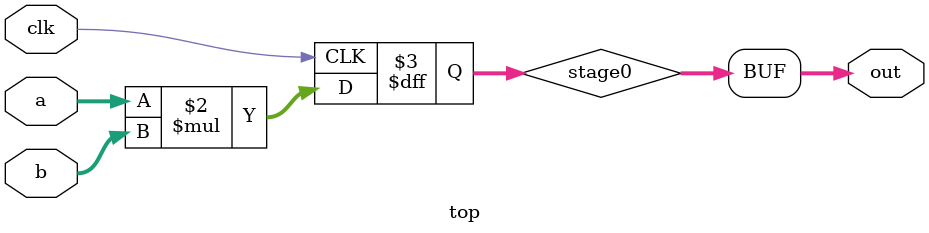
<source format=sv>

(* use_dsp = "yes" *) module top(
		input  [31:0] a,
		input  [31:0] b,
		output [31:0] out,
		input clk);
		logic  [31:0] stage0;
	always @(posedge clk) begin
	  stage0 <= a * b;
	end
	assign out = stage0;
endmodule

// CHECK: module test_module(a, b, clk, out);
// CHECK:   DSP48E2 #(
// CHECK: endmodule

</source>
